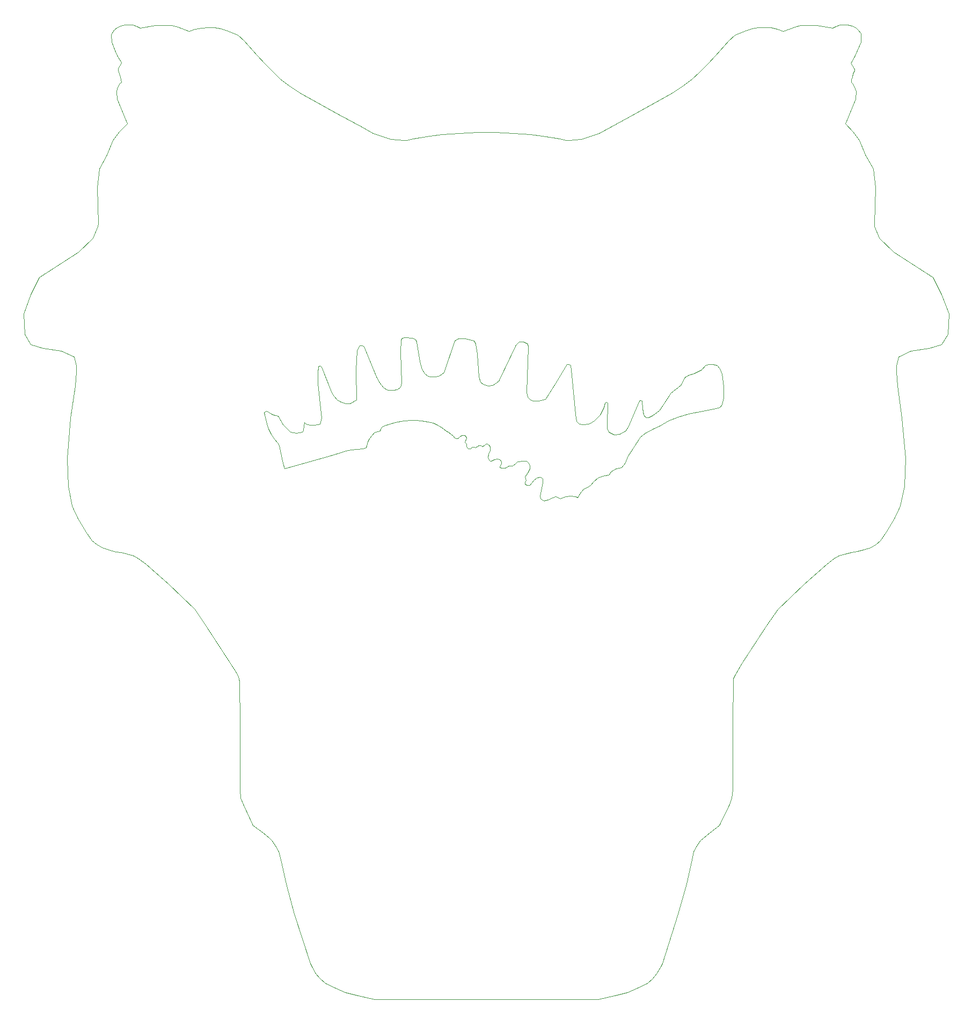
<source format=gm1>
G04 #@! TF.GenerationSoftware,KiCad,Pcbnew,7.0.10*
G04 #@! TF.CreationDate,2024-06-20T09:16:52-05:00*
G04 #@! TF.ProjectId,g0dzilla_vs,6730647a-696c-46c6-915f-76732e6b6963,1*
G04 #@! TF.SameCoordinates,Original*
G04 #@! TF.FileFunction,Profile,NP*
%FSLAX46Y46*%
G04 Gerber Fmt 4.6, Leading zero omitted, Abs format (unit mm)*
G04 Created by KiCad (PCBNEW 7.0.10) date 2024-06-20 09:16:52*
%MOMM*%
%LPD*%
G01*
G04 APERTURE LIST*
G04 #@! TA.AperFunction,Profile*
%ADD10C,0.120000*%
G04 #@! TD*
G04 APERTURE END LIST*
D10*
X39574874Y-87111092D02*
X40714874Y-84011092D01*
X39754874Y-90281092D02*
X39574874Y-87111092D01*
X40714874Y-84011092D02*
X42054874Y-81331092D01*
X40724874Y-91871092D02*
X39754874Y-90281092D01*
X42054874Y-81331092D02*
X48254874Y-77351092D01*
X42664874Y-92531092D02*
X40724874Y-91871092D01*
X45554874Y-92941092D02*
X42664874Y-92531092D01*
X46404874Y-109891092D02*
X46994874Y-103541092D01*
X46614874Y-114271092D02*
X46404874Y-109891092D01*
X46994874Y-103541092D02*
X47684874Y-98401092D01*
X47244874Y-117341092D02*
X46614874Y-114271092D01*
X47404874Y-117751092D02*
X47244874Y-117341092D01*
X47524874Y-93841092D02*
X45554874Y-92941092D01*
X47684874Y-98401092D02*
X47844874Y-96261092D01*
X47844874Y-96261092D02*
X47874874Y-95271092D01*
X47874874Y-95271092D02*
X47524874Y-93841092D01*
X48164874Y-119351092D02*
X47404874Y-117751092D01*
X48254874Y-77351092D02*
X50544874Y-75131092D01*
X49434874Y-121491092D02*
X48164874Y-119351092D01*
X50374874Y-122771092D02*
X49434874Y-121491092D01*
X50544874Y-75131092D02*
X51294874Y-73261092D01*
X51074874Y-123431092D02*
X50374874Y-122771092D01*
X51184874Y-67181092D02*
X51524874Y-64241092D01*
X51294874Y-73261092D02*
X51324874Y-72821092D01*
X51324874Y-72821092D02*
X51184874Y-67181092D01*
X51524874Y-64241092D02*
X52724874Y-61981092D01*
X51934874Y-123911092D02*
X51074874Y-123431092D01*
X52724874Y-61981092D02*
X53664874Y-59711092D01*
X52974874Y-124281092D02*
X51934874Y-123911092D01*
X53394874Y-43111092D02*
X53474874Y-42881092D01*
X53464874Y-44271092D02*
X53394874Y-43111092D01*
X53474874Y-42881092D02*
X53914874Y-42291092D01*
X53664874Y-59711092D02*
X54674874Y-58391092D01*
X53914874Y-42291092D02*
X54324874Y-41971092D01*
X54004874Y-45581092D02*
X53464874Y-44271092D01*
X54024874Y-124541092D02*
X52974874Y-124281092D01*
X54204874Y-52061092D02*
X54334874Y-51581092D01*
X54304874Y-53211092D02*
X54204874Y-52061092D01*
X54324874Y-41971092D02*
X54874874Y-41691092D01*
X54334874Y-51581092D02*
X54524874Y-51191092D01*
X54444874Y-46491092D02*
X54004874Y-45581092D01*
X54464874Y-48571092D02*
X54514874Y-48391092D01*
X54484874Y-48721092D02*
X54464874Y-48571092D01*
X54514874Y-48391092D02*
X55004874Y-47551092D01*
X54524874Y-51191092D02*
X54784874Y-50791092D01*
X54674874Y-58391092D02*
X55904874Y-57141092D01*
X54684874Y-49201092D02*
X54484874Y-48721092D01*
X54784874Y-50791092D02*
X54974874Y-50561092D01*
X54824874Y-49701092D02*
X54684874Y-49201092D01*
X54874874Y-41691092D02*
X55544874Y-41541092D01*
X54934874Y-50201092D02*
X54824874Y-49701092D01*
X54974874Y-50561092D02*
X54934874Y-50201092D01*
X54984874Y-47411092D02*
X54444874Y-46491092D01*
X54984874Y-124671092D02*
X54024874Y-124541092D01*
X55004874Y-47551092D02*
X54984874Y-47411092D01*
X55544874Y-41541092D02*
X56134874Y-41491092D01*
X55904874Y-57141092D02*
X54304874Y-53211092D01*
X55934874Y-124881092D02*
X54984874Y-124671092D01*
X56134874Y-41491092D02*
X56764874Y-41561092D01*
X56764874Y-41561092D02*
X57434874Y-41801092D01*
X56884874Y-125211092D02*
X55934874Y-124881092D01*
X57434874Y-41801092D02*
X57924874Y-42021092D01*
X57634874Y-125621092D02*
X56884874Y-125211092D01*
X57924874Y-42021092D02*
X60354874Y-41601092D01*
X58854874Y-126541092D02*
X57634874Y-125621092D01*
X60354874Y-41601092D02*
X62994874Y-41601092D01*
X62424874Y-129671092D02*
X58854874Y-126541092D01*
X62994874Y-41601092D02*
X63844874Y-41831092D01*
X63844874Y-41831092D02*
X65694874Y-42541092D01*
X65694874Y-42541092D02*
X66634874Y-42241092D01*
X66554874Y-133641092D02*
X62424874Y-129671092D01*
X66634874Y-42241092D02*
X67674874Y-41991092D01*
X67674874Y-41991092D02*
X68514874Y-41921092D01*
X68304874Y-136221092D02*
X66554874Y-133641092D01*
X68514874Y-41921092D02*
X69674874Y-41951092D01*
X69674874Y-41951092D02*
X70634874Y-42091092D01*
X70634874Y-42091092D02*
X71664874Y-42461092D01*
X71664874Y-42461092D02*
X73334874Y-43141092D01*
X72284874Y-142251092D02*
X68304874Y-136221092D01*
X73034874Y-143441092D02*
X72284874Y-142251092D01*
X73334874Y-43141092D02*
X74384874Y-44041092D01*
X73344874Y-144021092D02*
X73034874Y-143441092D01*
X73554874Y-144561092D02*
X73344874Y-144021092D01*
X73624874Y-145111092D02*
X73554874Y-144561092D01*
X73674874Y-151511092D02*
X73624874Y-145111092D01*
X73694874Y-162101092D02*
X73674874Y-151511092D01*
X73804874Y-163321092D02*
X73694874Y-162101092D01*
X74184874Y-164411092D02*
X73804874Y-163321092D01*
X74384874Y-44041092D02*
X76394874Y-46331092D01*
X75774874Y-167641092D02*
X74184874Y-164411092D01*
X76394874Y-46331092D02*
X77654874Y-47691092D01*
X77344874Y-168861092D02*
X75774874Y-167641092D01*
X77500000Y-102600000D02*
X77900000Y-102400000D01*
X77600000Y-103100000D02*
X77500000Y-102600000D01*
X77654874Y-47691092D02*
X78954874Y-48991092D01*
X77800000Y-103700000D02*
X77600000Y-103100000D01*
X77900000Y-102400000D02*
X78200000Y-102600000D01*
X77900000Y-104400000D02*
X77800000Y-103700000D01*
X78200000Y-102600000D02*
X78600000Y-102800000D01*
X78200000Y-105200000D02*
X77900000Y-104400000D01*
X78274874Y-169611092D02*
X77344874Y-168861092D01*
X78600000Y-102800000D02*
X79000000Y-103000000D01*
X78600000Y-106000000D02*
X78200000Y-105200000D01*
X78714874Y-170041092D02*
X78274874Y-169611092D01*
X78954874Y-48991092D02*
X80074874Y-50101092D01*
X79000000Y-103000000D02*
X79300000Y-103100000D01*
X79100000Y-106800000D02*
X78600000Y-106000000D01*
X79300000Y-103100000D02*
X79700000Y-103200000D01*
X79324874Y-170901092D02*
X78714874Y-170041092D01*
X79600000Y-107400000D02*
X79100000Y-106800000D01*
X79700000Y-103200000D02*
X80500000Y-104500000D01*
X79834874Y-171821092D02*
X79324874Y-170901092D01*
X79900000Y-107800000D02*
X79600000Y-107400000D01*
X80074874Y-50101092D02*
X81444874Y-51101092D01*
X80100000Y-108700000D02*
X79900000Y-107800000D01*
X80104874Y-173071092D02*
X79834874Y-171821092D01*
X80500000Y-104500000D02*
X81300000Y-105400000D01*
X80500000Y-110600000D02*
X80100000Y-108700000D01*
X80700000Y-111500000D02*
X80500000Y-110600000D01*
X80994874Y-176881092D02*
X80104874Y-173071092D01*
X81300000Y-105400000D02*
X81700000Y-105700000D01*
X81444874Y-51101092D02*
X83214874Y-52251092D01*
X81700000Y-105700000D02*
X82600000Y-105900000D01*
X82274874Y-181631092D02*
X80994874Y-176881092D01*
X82300000Y-111000000D02*
X80700000Y-111500000D01*
X82600000Y-105900000D02*
X83500000Y-105700000D01*
X83214874Y-52251092D02*
X89314874Y-55681092D01*
X83500000Y-105700000D02*
X83600000Y-105600000D01*
X83600000Y-105600000D02*
X83700000Y-105400000D01*
X83700000Y-105400000D02*
X83900000Y-104200000D01*
X83900000Y-104200000D02*
X84100000Y-104400000D01*
X84100000Y-104400000D02*
X84400000Y-104500000D01*
X84400000Y-104500000D02*
X84800000Y-104600000D01*
X84800000Y-104600000D02*
X85300000Y-104600000D01*
X84804874Y-189461092D02*
X82274874Y-181631092D01*
X85000000Y-110300000D02*
X82300000Y-111000000D01*
X85014874Y-189981092D02*
X84804874Y-189461092D01*
X85300000Y-104600000D02*
X86100000Y-104500000D01*
X85684874Y-191081092D02*
X85014874Y-189981092D01*
X86000000Y-96400000D02*
X86100000Y-95400000D01*
X86000000Y-98100000D02*
X86000000Y-96400000D01*
X86100000Y-95400000D02*
X86200000Y-95300000D01*
X86100000Y-104500000D02*
X86300000Y-104400000D01*
X86200000Y-95300000D02*
X86400000Y-95300000D01*
X86300000Y-104400000D02*
X86600000Y-103500000D01*
X86324874Y-191781092D02*
X85684874Y-191081092D01*
X86400000Y-95300000D02*
X86600000Y-95500000D01*
X86600000Y-95500000D02*
X88200000Y-99500000D01*
X86600000Y-103500000D02*
X86000000Y-98100000D01*
X87164874Y-192561092D02*
X86324874Y-191781092D01*
X87700000Y-109500000D02*
X85000000Y-110300000D01*
X88200000Y-99500000D02*
X88500000Y-100000000D01*
X88500000Y-100000000D02*
X89000000Y-100600000D01*
X88754874Y-193361092D02*
X87164874Y-192561092D01*
X89000000Y-100600000D02*
X89600000Y-101000000D01*
X89314874Y-55681092D02*
X92924874Y-57611092D01*
X89400000Y-109000000D02*
X87700000Y-109500000D01*
X89600000Y-101000000D02*
X90400000Y-101200000D01*
X90304874Y-193991092D02*
X88754874Y-193361092D01*
X90400000Y-101200000D02*
X91100000Y-101200000D01*
X90400000Y-108700000D02*
X89400000Y-109000000D01*
X91100000Y-101200000D02*
X91700000Y-100900000D01*
X91200000Y-108500000D02*
X90400000Y-108700000D01*
X91700000Y-100900000D02*
X92100000Y-100600000D01*
X92000000Y-96000000D02*
X92200000Y-92900000D01*
X92100000Y-100600000D02*
X92000000Y-96000000D01*
X92200000Y-92900000D02*
X92400000Y-92300000D01*
X92200000Y-108400000D02*
X91200000Y-108500000D01*
X92294874Y-194501092D02*
X90304874Y-193991092D01*
X92400000Y-92300000D02*
X92600000Y-92100000D01*
X92600000Y-92100000D02*
X93000000Y-92100000D01*
X92924874Y-57611092D02*
X94734874Y-58611092D01*
X93000000Y-92100000D02*
X93300000Y-92200000D01*
X93100000Y-108300000D02*
X92200000Y-108400000D01*
X93300000Y-92200000D02*
X95200000Y-97000000D01*
X93600000Y-108200000D02*
X93100000Y-108300000D01*
X93700000Y-107800000D02*
X93600000Y-108200000D01*
X93900000Y-107200000D02*
X93700000Y-107800000D01*
X94100000Y-106700000D02*
X93900000Y-107200000D01*
X94500000Y-106200000D02*
X94100000Y-106700000D01*
X94734874Y-58611092D02*
X97514874Y-59531092D01*
X94900000Y-105800000D02*
X94500000Y-106200000D01*
X94924874Y-195101092D02*
X92294874Y-194501092D01*
X94924874Y-195101092D02*
X130180000Y-195100000D01*
X95200000Y-97000000D02*
X95700000Y-97900000D01*
X95400000Y-105600000D02*
X94900000Y-105800000D01*
X95700000Y-97900000D02*
X96300000Y-98700000D01*
X95800000Y-105500000D02*
X95400000Y-105600000D01*
X95900000Y-105200000D02*
X95800000Y-105500000D01*
X96100000Y-104900000D02*
X95900000Y-105200000D01*
X96300000Y-98700000D02*
X97000000Y-99100000D01*
X96500000Y-104700000D02*
X96100000Y-104900000D01*
X97000000Y-99100000D02*
X97800000Y-99100000D01*
X97514874Y-59531092D02*
X98664874Y-59671092D01*
X97800000Y-99100000D02*
X98500000Y-99000000D01*
X98200000Y-104200000D02*
X96500000Y-104700000D01*
X98500000Y-99000000D02*
X99000000Y-98600000D01*
X98664874Y-59671092D02*
X99524874Y-59731092D01*
X99000000Y-93100000D02*
X99100000Y-91200000D01*
X99000000Y-98600000D02*
X99200000Y-98000000D01*
X99100000Y-91200000D02*
X99300000Y-90900000D01*
X99200000Y-98000000D02*
X99000000Y-93100000D01*
X99300000Y-90900000D02*
X99700000Y-90800000D01*
X99500000Y-103900000D02*
X98200000Y-104200000D01*
X99524874Y-59731092D02*
X99924874Y-59711092D01*
X99700000Y-90800000D02*
X101000000Y-90900000D01*
X99924874Y-59711092D02*
X101034874Y-59501092D01*
X100700000Y-103800000D02*
X99500000Y-103900000D01*
X101000000Y-90900000D02*
X101400000Y-91100000D01*
X101034874Y-59501092D02*
X102054874Y-59271092D01*
X101400000Y-91100000D02*
X101600000Y-91500000D01*
X101500000Y-103800000D02*
X100700000Y-103800000D01*
X101600000Y-91500000D02*
X102100000Y-94600000D01*
X102054874Y-59271092D02*
X103714874Y-59011092D01*
X102100000Y-94600000D02*
X102400000Y-95800000D01*
X102300000Y-103900000D02*
X101500000Y-103800000D01*
X102400000Y-95800000D02*
X102800000Y-96500000D01*
X102800000Y-96500000D02*
X103300000Y-96900000D01*
X103300000Y-96900000D02*
X103800000Y-97000000D01*
X103300000Y-104100000D02*
X102300000Y-103900000D01*
X103714874Y-59011092D02*
X105574874Y-58781092D01*
X103800000Y-97000000D02*
X104600000Y-97000000D01*
X104200000Y-104300000D02*
X103300000Y-104100000D01*
X104600000Y-97000000D02*
X105200000Y-96800000D01*
X104900000Y-104600000D02*
X104200000Y-104300000D01*
X105200000Y-96800000D02*
X105900000Y-96300000D01*
X105500000Y-104900000D02*
X104900000Y-104600000D01*
X105574874Y-58781092D02*
X108214874Y-58611092D01*
X105800000Y-105200000D02*
X105500000Y-104900000D01*
X105900000Y-96300000D02*
X107600000Y-91300000D01*
X106200000Y-105500000D02*
X105800000Y-105200000D01*
X106600000Y-105700000D02*
X106200000Y-105500000D01*
X107000000Y-106000000D02*
X106600000Y-105700000D01*
X107300000Y-106300000D02*
X107000000Y-106000000D01*
X107600000Y-91300000D02*
X108200000Y-91000000D01*
X107600000Y-106600000D02*
X107300000Y-106300000D01*
X107800000Y-106700000D02*
X107600000Y-106600000D01*
X108000000Y-106700000D02*
X107800000Y-106700000D01*
X108200000Y-91000000D02*
X109200000Y-91000000D01*
X108200000Y-106600000D02*
X108000000Y-106700000D01*
X108214874Y-58611092D02*
X111194874Y-58451092D01*
X108400000Y-106400000D02*
X108200000Y-106600000D01*
X108800000Y-106200000D02*
X108400000Y-106400000D01*
X109100000Y-106200000D02*
X108800000Y-106200000D01*
X109200000Y-91000000D02*
X110600000Y-91300000D01*
X109200000Y-107300000D02*
X109400000Y-106600000D01*
X109300000Y-106300000D02*
X109100000Y-106200000D01*
X109400000Y-106600000D02*
X109300000Y-106300000D01*
X109400000Y-107600000D02*
X109200000Y-107300000D01*
X109400000Y-107900000D02*
X109400000Y-107600000D01*
X109500000Y-108200000D02*
X109400000Y-107900000D01*
X109700000Y-108300000D02*
X109500000Y-108200000D01*
X110100000Y-108300000D02*
X109700000Y-108300000D01*
X110300000Y-108100000D02*
X110100000Y-108300000D01*
X110600000Y-91300000D02*
X110900000Y-91800000D01*
X110600000Y-108100000D02*
X110300000Y-108100000D01*
X110900000Y-91800000D02*
X111100000Y-93400000D01*
X110900000Y-108200000D02*
X110600000Y-108100000D01*
X111100000Y-93400000D02*
X111400000Y-97000000D01*
X111194874Y-58451092D02*
X113910000Y-58450000D01*
X111200000Y-107900000D02*
X110900000Y-108200000D01*
X111400000Y-97000000D02*
X111600000Y-97800000D01*
X111400000Y-107800000D02*
X111200000Y-107900000D01*
X111600000Y-97800000D02*
X112100000Y-98200000D01*
X111700000Y-107800000D02*
X111400000Y-107800000D01*
X111900000Y-108000000D02*
X111700000Y-107800000D01*
X112100000Y-98200000D02*
X112800000Y-98400000D01*
X112200000Y-107800000D02*
X111900000Y-108000000D01*
X112500000Y-107600000D02*
X112200000Y-107800000D01*
X112700000Y-107600000D02*
X112500000Y-107600000D01*
X112800000Y-98400000D02*
X113600000Y-98300000D01*
X112800000Y-109700000D02*
X112900000Y-109200000D01*
X112900000Y-107700000D02*
X112700000Y-107600000D01*
X112900000Y-109200000D02*
X113200000Y-108600000D01*
X113000000Y-110100000D02*
X112800000Y-109700000D01*
X113100000Y-107800000D02*
X112900000Y-107700000D01*
X113200000Y-108200000D02*
X113100000Y-107800000D01*
X113200000Y-108600000D02*
X113200000Y-108200000D01*
X113200000Y-110300000D02*
X113000000Y-110100000D01*
X113300000Y-110300000D02*
X113200000Y-110300000D01*
X113600000Y-98300000D02*
X114500000Y-97700000D01*
X113800000Y-110000000D02*
X113300000Y-110300000D01*
X114300000Y-109900000D02*
X113800000Y-110000000D01*
X114500000Y-97700000D02*
X117200000Y-92000000D01*
X114700000Y-110000000D02*
X114300000Y-109900000D01*
X114700000Y-111100000D02*
X114900000Y-110700000D01*
X114700000Y-111300000D02*
X114700000Y-111100000D01*
X114900000Y-110400000D02*
X114700000Y-110000000D01*
X114900000Y-110700000D02*
X114900000Y-110400000D01*
X115000000Y-111400000D02*
X114700000Y-111300000D01*
X115500000Y-111400000D02*
X115000000Y-111400000D01*
X116100000Y-111000000D02*
X115500000Y-111400000D01*
X116700000Y-111000000D02*
X116100000Y-111000000D01*
X116890000Y-58610000D02*
X113910000Y-58450000D01*
X117200000Y-92000000D02*
X117700000Y-91500000D01*
X117200000Y-110600000D02*
X116700000Y-111000000D01*
X117500000Y-110400000D02*
X117200000Y-110600000D01*
X117700000Y-91500000D02*
X118400000Y-91500000D01*
X118300000Y-110300000D02*
X117500000Y-110400000D01*
X118400000Y-91500000D02*
X119100000Y-91800000D01*
X118700000Y-112700000D02*
X119100000Y-112100000D01*
X118700000Y-113600000D02*
X118800000Y-113300000D01*
X118700000Y-113900000D02*
X118700000Y-113600000D01*
X118800000Y-113300000D02*
X118700000Y-112700000D01*
X118900000Y-99400000D02*
X119100000Y-100200000D01*
X118900000Y-110300000D02*
X118300000Y-110300000D01*
X119000000Y-114100000D02*
X118700000Y-113900000D01*
X119100000Y-91800000D02*
X119200000Y-92300000D01*
X119100000Y-100200000D02*
X119500000Y-100600000D01*
X119100000Y-112100000D02*
X119400000Y-111500000D01*
X119200000Y-92300000D02*
X118900000Y-99400000D01*
X119300000Y-110600000D02*
X118900000Y-110300000D01*
X119400000Y-111000000D02*
X119300000Y-110600000D01*
X119400000Y-111500000D02*
X119400000Y-111000000D01*
X119400000Y-114100000D02*
X119000000Y-114100000D01*
X119500000Y-100600000D02*
X119900000Y-100800000D01*
X119530000Y-58780000D02*
X116890000Y-58610000D01*
X119900000Y-100800000D02*
X120800000Y-100800000D01*
X120000000Y-113300000D02*
X119400000Y-114100000D01*
X120500000Y-112900000D02*
X120000000Y-113300000D01*
X120800000Y-100800000D02*
X121900000Y-100500000D01*
X121000000Y-112800000D02*
X120500000Y-112900000D01*
X121000000Y-115800000D02*
X121500000Y-113700000D01*
X121100000Y-116200000D02*
X121000000Y-115800000D01*
X121300000Y-112900000D02*
X121000000Y-112800000D01*
X121390000Y-59010000D02*
X119530000Y-58780000D01*
X121500000Y-113100000D02*
X121300000Y-112900000D01*
X121500000Y-113700000D02*
X121500000Y-113100000D01*
X121600000Y-116500000D02*
X121100000Y-116200000D01*
X121900000Y-100500000D02*
X123500000Y-98000000D01*
X122300000Y-116400000D02*
X121600000Y-116500000D01*
X123050000Y-59270000D02*
X121390000Y-59010000D01*
X123100000Y-116000000D02*
X122300000Y-116400000D01*
X123500000Y-98000000D02*
X125300000Y-95000000D01*
X123500000Y-115900000D02*
X123100000Y-116000000D01*
X123900000Y-116000000D02*
X123500000Y-115900000D01*
X124070000Y-59500000D02*
X123050000Y-59270000D01*
X124200000Y-116200000D02*
X123900000Y-116000000D01*
X125100000Y-115900000D02*
X124200000Y-116200000D01*
X125180000Y-59710000D02*
X124070000Y-59500000D01*
X125300000Y-95000000D02*
X125600000Y-95000000D01*
X125580000Y-59730000D02*
X125180000Y-59710000D01*
X125600000Y-95000000D02*
X125900000Y-95200000D01*
X125900000Y-95200000D02*
X126000000Y-96700000D01*
X125900000Y-115800000D02*
X125100000Y-115900000D01*
X126000000Y-96700000D02*
X126600000Y-102900000D01*
X126440000Y-59670000D02*
X125580000Y-59730000D01*
X126600000Y-102900000D02*
X126800000Y-104000000D01*
X126600000Y-115900000D02*
X125900000Y-115800000D01*
X126800000Y-104000000D02*
X127200000Y-104400000D01*
X127000000Y-116000000D02*
X126600000Y-115900000D01*
X127200000Y-104400000D02*
X127800000Y-104500000D01*
X127300000Y-115400000D02*
X127000000Y-116000000D01*
X127590000Y-59530000D02*
X126440000Y-59670000D01*
X127800000Y-104500000D02*
X128700000Y-104400000D01*
X127900000Y-114700000D02*
X127300000Y-115400000D01*
X128500000Y-114400000D02*
X127900000Y-114700000D01*
X128700000Y-104400000D02*
X129600000Y-103900000D01*
X129000000Y-114100000D02*
X128500000Y-114400000D01*
X129500000Y-113500000D02*
X129000000Y-114100000D01*
X129600000Y-103900000D02*
X130500000Y-103000000D01*
X130180000Y-195100000D02*
X132810000Y-194500000D01*
X130200000Y-112900000D02*
X129500000Y-113500000D01*
X130370000Y-58610000D02*
X127590000Y-59530000D01*
X130500000Y-103000000D02*
X131100000Y-101800000D01*
X131100000Y-101800000D02*
X131300000Y-101100000D01*
X131200000Y-112600000D02*
X130200000Y-112900000D01*
X131300000Y-101100000D02*
X131500000Y-101000000D01*
X131500000Y-101000000D02*
X131700000Y-101100000D01*
X131600000Y-103800000D02*
X131600000Y-105100000D01*
X131600000Y-105100000D02*
X131900000Y-105700000D01*
X131700000Y-101100000D02*
X131700000Y-101900000D01*
X131700000Y-101900000D02*
X131600000Y-103800000D01*
X131900000Y-105700000D02*
X132700000Y-106100000D01*
X131900000Y-112500000D02*
X131200000Y-112600000D01*
X132180000Y-57610000D02*
X130370000Y-58610000D01*
X132300000Y-111900000D02*
X131900000Y-112500000D01*
X132700000Y-106100000D02*
X133600000Y-106000000D01*
X132810000Y-194500000D02*
X134800000Y-193990000D01*
X133100000Y-111500000D02*
X132300000Y-111900000D01*
X133600000Y-106000000D02*
X134500000Y-105500000D01*
X133900000Y-111300000D02*
X133100000Y-111500000D01*
X134500000Y-105500000D02*
X134900000Y-104900000D01*
X134500000Y-110500000D02*
X133900000Y-111300000D01*
X134800000Y-109600000D02*
X134500000Y-110500000D01*
X134800000Y-193990000D02*
X136350000Y-193360000D01*
X134900000Y-104900000D02*
X136700000Y-100800000D01*
X135790000Y-55680000D02*
X132180000Y-57610000D01*
X136350000Y-193360000D02*
X137940000Y-192560000D01*
X136700000Y-100800000D02*
X136900000Y-100700000D01*
X136900000Y-100700000D02*
X137100000Y-100800000D01*
X136900000Y-106500000D02*
X134800000Y-109600000D01*
X137100000Y-100800000D02*
X137200000Y-102000000D01*
X137200000Y-102000000D02*
X137400000Y-103000000D01*
X137400000Y-103000000D02*
X137700000Y-103400000D01*
X137600000Y-105900000D02*
X136900000Y-106500000D01*
X137700000Y-103400000D02*
X138100000Y-103400000D01*
X137940000Y-192560000D02*
X138780000Y-191780000D01*
X138100000Y-103400000D02*
X138800000Y-103100000D01*
X138780000Y-191780000D02*
X139420000Y-191080000D01*
X138800000Y-103100000D02*
X139800000Y-102300000D01*
X138900000Y-105200000D02*
X137600000Y-105900000D01*
X139420000Y-191080000D02*
X140090000Y-189980000D01*
X139800000Y-102300000D02*
X140400000Y-101500000D01*
X140000000Y-104700000D02*
X138900000Y-105200000D01*
X140090000Y-189980000D02*
X140300000Y-189460000D01*
X140300000Y-189460000D02*
X142830000Y-181630000D01*
X140400000Y-101500000D02*
X141700000Y-99500000D01*
X141300000Y-103900000D02*
X140000000Y-104700000D01*
X141700000Y-99500000D02*
X142500000Y-98900000D01*
X141890000Y-52250000D02*
X135790000Y-55680000D01*
X142500000Y-98900000D02*
X143200000Y-98300000D01*
X142800000Y-103300000D02*
X141300000Y-103900000D01*
X142830000Y-181630000D02*
X144110000Y-176880000D01*
X143200000Y-98300000D02*
X143900000Y-97100000D01*
X143660000Y-51100000D02*
X141890000Y-52250000D01*
X143900000Y-97100000D02*
X144500000Y-96700000D01*
X144110000Y-176880000D02*
X145000000Y-173070000D01*
X144500000Y-96700000D02*
X145300000Y-96500000D01*
X144500000Y-102800000D02*
X142800000Y-103300000D01*
X145000000Y-173070000D02*
X145270000Y-171820000D01*
X145030000Y-50100000D02*
X143660000Y-51100000D01*
X145270000Y-171820000D02*
X145780000Y-170900000D01*
X145300000Y-96500000D02*
X146500000Y-95900000D01*
X145780000Y-170900000D02*
X146390000Y-170040000D01*
X146150000Y-48990000D02*
X145030000Y-50100000D01*
X146390000Y-170040000D02*
X146830000Y-169610000D01*
X146500000Y-95900000D02*
X147100000Y-95200000D01*
X146700000Y-102400000D02*
X144500000Y-102800000D01*
X146830000Y-169610000D02*
X147760000Y-168860000D01*
X147100000Y-95200000D02*
X147600000Y-95000000D01*
X147450000Y-47690000D02*
X146150000Y-48990000D01*
X147600000Y-95000000D02*
X148300000Y-95000000D01*
X147760000Y-168860000D02*
X149330000Y-167640000D01*
X148300000Y-95000000D02*
X149000000Y-95200000D01*
X148710000Y-46330000D02*
X147450000Y-47690000D01*
X148800000Y-102000000D02*
X146700000Y-102400000D01*
X149000000Y-95200000D02*
X149400000Y-95700000D01*
X149330000Y-167640000D02*
X150920000Y-164410000D01*
X149400000Y-95700000D02*
X149700000Y-96600000D01*
X149400000Y-101800000D02*
X148800000Y-102000000D01*
X149700000Y-96600000D02*
X150000000Y-98500000D01*
X149700000Y-101400000D02*
X149400000Y-101800000D01*
X150000000Y-98500000D02*
X150000000Y-100300000D01*
X150000000Y-100300000D02*
X149700000Y-101400000D01*
X150720000Y-44040000D02*
X148710000Y-46330000D01*
X150920000Y-164410000D02*
X151300000Y-163320000D01*
X151300000Y-163320000D02*
X151410000Y-162100000D01*
X151410000Y-162100000D02*
X151430000Y-151510000D01*
X151430000Y-151510000D02*
X151480000Y-145110000D01*
X151480000Y-145110000D02*
X151550000Y-144560000D01*
X151550000Y-144560000D02*
X151760000Y-144020000D01*
X151760000Y-144020000D02*
X152070000Y-143440000D01*
X151770000Y-43140000D02*
X150720000Y-44040000D01*
X152070000Y-143440000D02*
X152820000Y-142250000D01*
X152820000Y-142250000D02*
X156800000Y-136220000D01*
X153440000Y-42460000D02*
X151770000Y-43140000D01*
X154470000Y-42090000D02*
X153440000Y-42460000D01*
X155430000Y-41950000D02*
X154470000Y-42090000D01*
X156590000Y-41920000D02*
X155430000Y-41950000D01*
X156800000Y-136220000D02*
X158550000Y-133640000D01*
X157430000Y-41990000D02*
X156590000Y-41920000D01*
X158470000Y-42240000D02*
X157430000Y-41990000D01*
X158550000Y-133640000D02*
X162680000Y-129670000D01*
X159410000Y-42540000D02*
X158470000Y-42240000D01*
X161260000Y-41830000D02*
X159410000Y-42540000D01*
X162110000Y-41600000D02*
X161260000Y-41830000D01*
X162680000Y-129670000D02*
X166250000Y-126540000D01*
X164750000Y-41600000D02*
X162110000Y-41600000D01*
X166250000Y-126540000D02*
X167470000Y-125620000D01*
X167180000Y-42020000D02*
X164750000Y-41600000D01*
X167470000Y-125620000D02*
X168220000Y-125210000D01*
X167670000Y-41800000D02*
X167180000Y-42020000D01*
X168220000Y-125210000D02*
X169170000Y-124880000D01*
X168340000Y-41560000D02*
X167670000Y-41800000D01*
X168970000Y-41490000D02*
X168340000Y-41560000D01*
X169170000Y-124880000D02*
X170120000Y-124670000D01*
X169200000Y-57140000D02*
X170800000Y-53210000D01*
X169560000Y-41540000D02*
X168970000Y-41490000D01*
X170100000Y-47550000D02*
X170120000Y-47410000D01*
X170120000Y-47410000D02*
X170660000Y-46490000D01*
X170120000Y-124670000D02*
X171080000Y-124540000D01*
X170130000Y-50560000D02*
X170170000Y-50200000D01*
X170170000Y-50200000D02*
X170280000Y-49700000D01*
X170230000Y-41690000D02*
X169560000Y-41540000D01*
X170280000Y-49700000D02*
X170420000Y-49200000D01*
X170320000Y-50790000D02*
X170130000Y-50560000D01*
X170420000Y-49200000D02*
X170620000Y-48720000D01*
X170430000Y-58390000D02*
X169200000Y-57140000D01*
X170580000Y-51190000D02*
X170320000Y-50790000D01*
X170590000Y-48390000D02*
X170100000Y-47550000D01*
X170620000Y-48720000D02*
X170640000Y-48570000D01*
X170640000Y-48570000D02*
X170590000Y-48390000D01*
X170660000Y-46490000D02*
X171100000Y-45580000D01*
X170770000Y-51580000D02*
X170580000Y-51190000D01*
X170780000Y-41970000D02*
X170230000Y-41690000D01*
X170800000Y-53210000D02*
X170900000Y-52060000D01*
X170900000Y-52060000D02*
X170770000Y-51580000D01*
X171080000Y-124540000D02*
X172130000Y-124280000D01*
X171100000Y-45580000D02*
X171640000Y-44270000D01*
X171190000Y-42290000D02*
X170780000Y-41970000D01*
X171440000Y-59710000D02*
X170430000Y-58390000D01*
X171630000Y-42880000D02*
X171190000Y-42290000D01*
X171640000Y-44270000D02*
X171710000Y-43110000D01*
X171710000Y-43110000D02*
X171630000Y-42880000D01*
X172130000Y-124280000D02*
X173170000Y-123910000D01*
X172380000Y-61980000D02*
X171440000Y-59710000D01*
X173170000Y-123910000D02*
X174030000Y-123430000D01*
X173580000Y-64240000D02*
X172380000Y-61980000D01*
X173780000Y-72820000D02*
X173920000Y-67180000D01*
X173810000Y-73260000D02*
X173780000Y-72820000D01*
X173920000Y-67180000D02*
X173580000Y-64240000D01*
X174030000Y-123430000D02*
X174730000Y-122770000D01*
X174560000Y-75130000D02*
X173810000Y-73260000D01*
X174730000Y-122770000D02*
X175670000Y-121490000D01*
X175670000Y-121490000D02*
X176940000Y-119350000D01*
X176850000Y-77350000D02*
X174560000Y-75130000D01*
X176940000Y-119350000D02*
X177700000Y-117750000D01*
X177230000Y-95270000D02*
X177580000Y-93840000D01*
X177260000Y-96260000D02*
X177230000Y-95270000D01*
X177420000Y-98400000D02*
X177260000Y-96260000D01*
X177580000Y-93840000D02*
X179550000Y-92940000D01*
X177700000Y-117750000D02*
X177860000Y-117340000D01*
X177860000Y-117340000D02*
X178490000Y-114270000D01*
X178110000Y-103540000D02*
X177420000Y-98400000D01*
X178490000Y-114270000D02*
X178700000Y-109890000D01*
X178700000Y-109890000D02*
X178110000Y-103540000D01*
X179550000Y-92940000D02*
X182440000Y-92530000D01*
X182440000Y-92530000D02*
X184380000Y-91870000D01*
X183050000Y-81330000D02*
X176850000Y-77350000D01*
X184380000Y-91870000D02*
X185350000Y-90280000D01*
X184390000Y-84010000D02*
X183050000Y-81330000D01*
X185350000Y-90280000D02*
X185530000Y-87110000D01*
X185530000Y-87110000D02*
X184390000Y-84010000D01*
M02*

</source>
